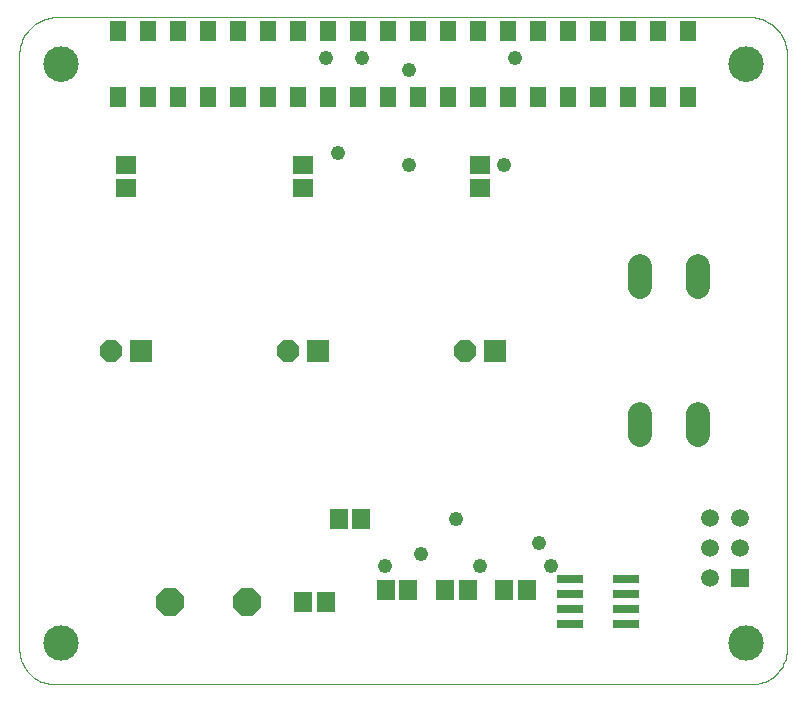
<source format=gbs>
G04 EAGLE Gerber RS-274X export*
G75*
%MOIN*%
%FSLAX34Y34*%
%LPD*%
%INBottom solder mask*%
%IPPOS*%
%AMOC8*
5,1,8,0,0,1.08239X$1,22.5*%
G01*
%ADD10C,0.000000*%
%ADD11C,0.118236*%
%ADD12R,0.058000X0.069811*%
%ADD13R,0.074000X0.074000*%
%ADD14P,0.080097X8X22.500000*%
%ADD15R,0.067055X0.059181*%
%ADD16C,0.078500*%
%ADD17P,0.100662X8X22.500000*%
%ADD18R,0.059181X0.067055*%
%ADD19R,0.086000X0.030000*%
%ADD20R,0.059496X0.059496*%
%ADD21C,0.059496*%
%ADD22C,0.047622*%


D10*
X1181Y0D02*
X24409Y0D01*
X25591Y1181D02*
X25591Y20866D01*
X24409Y22244D02*
X1181Y22244D01*
X0Y20866D02*
X0Y1181D01*
X2Y1115D01*
X7Y1049D01*
X17Y983D01*
X30Y918D01*
X46Y854D01*
X66Y791D01*
X90Y729D01*
X117Y669D01*
X147Y610D01*
X181Y553D01*
X218Y498D01*
X258Y445D01*
X300Y394D01*
X346Y346D01*
X394Y300D01*
X445Y258D01*
X498Y218D01*
X553Y181D01*
X610Y147D01*
X669Y117D01*
X729Y90D01*
X791Y66D01*
X854Y46D01*
X918Y30D01*
X983Y17D01*
X1049Y7D01*
X1115Y2D01*
X1181Y0D01*
X24409Y0D02*
X24475Y2D01*
X24541Y7D01*
X24607Y17D01*
X24672Y30D01*
X24736Y46D01*
X24799Y66D01*
X24861Y90D01*
X24921Y117D01*
X24980Y147D01*
X25037Y181D01*
X25092Y218D01*
X25145Y258D01*
X25196Y300D01*
X25244Y346D01*
X25290Y394D01*
X25332Y445D01*
X25372Y498D01*
X25409Y553D01*
X25443Y610D01*
X25473Y669D01*
X25500Y729D01*
X25524Y791D01*
X25544Y854D01*
X25560Y918D01*
X25573Y983D01*
X25583Y1049D01*
X25588Y1115D01*
X25590Y1181D01*
X25590Y20867D02*
X25594Y20936D01*
X25593Y21005D01*
X25589Y21075D01*
X25581Y21144D01*
X25570Y21212D01*
X25555Y21280D01*
X25536Y21347D01*
X25513Y21413D01*
X25487Y21477D01*
X25458Y21540D01*
X25425Y21601D01*
X25389Y21661D01*
X25350Y21718D01*
X25307Y21773D01*
X25262Y21826D01*
X25214Y21876D01*
X25163Y21924D01*
X25110Y21969D01*
X25055Y22010D01*
X24997Y22049D01*
X24937Y22085D01*
X24876Y22117D01*
X24813Y22146D01*
X24748Y22171D01*
X24682Y22193D01*
X24615Y22211D01*
X24547Y22226D01*
X24479Y22237D01*
X24409Y22244D01*
X1182Y22244D02*
X1112Y22237D01*
X1044Y22226D01*
X976Y22211D01*
X909Y22193D01*
X843Y22171D01*
X778Y22146D01*
X715Y22117D01*
X654Y22085D01*
X594Y22049D01*
X536Y22010D01*
X481Y21969D01*
X428Y21924D01*
X377Y21876D01*
X329Y21826D01*
X284Y21773D01*
X241Y21718D01*
X202Y21661D01*
X166Y21601D01*
X133Y21540D01*
X104Y21477D01*
X78Y21413D01*
X55Y21347D01*
X36Y21280D01*
X21Y21212D01*
X10Y21144D01*
X2Y21075D01*
X-2Y21005D01*
X-3Y20936D01*
X1Y20867D01*
X827Y20669D02*
X829Y20716D01*
X835Y20762D01*
X845Y20808D01*
X858Y20853D01*
X876Y20896D01*
X897Y20938D01*
X921Y20978D01*
X949Y21015D01*
X980Y21050D01*
X1014Y21083D01*
X1050Y21112D01*
X1089Y21138D01*
X1130Y21161D01*
X1173Y21180D01*
X1217Y21196D01*
X1262Y21208D01*
X1308Y21216D01*
X1355Y21220D01*
X1401Y21220D01*
X1448Y21216D01*
X1494Y21208D01*
X1539Y21196D01*
X1583Y21180D01*
X1626Y21161D01*
X1667Y21138D01*
X1706Y21112D01*
X1742Y21083D01*
X1776Y21050D01*
X1807Y21015D01*
X1835Y20978D01*
X1859Y20938D01*
X1880Y20896D01*
X1898Y20853D01*
X1911Y20808D01*
X1921Y20762D01*
X1927Y20716D01*
X1929Y20669D01*
X1927Y20622D01*
X1921Y20576D01*
X1911Y20530D01*
X1898Y20485D01*
X1880Y20442D01*
X1859Y20400D01*
X1835Y20360D01*
X1807Y20323D01*
X1776Y20288D01*
X1742Y20255D01*
X1706Y20226D01*
X1667Y20200D01*
X1626Y20177D01*
X1583Y20158D01*
X1539Y20142D01*
X1494Y20130D01*
X1448Y20122D01*
X1401Y20118D01*
X1355Y20118D01*
X1308Y20122D01*
X1262Y20130D01*
X1217Y20142D01*
X1173Y20158D01*
X1130Y20177D01*
X1089Y20200D01*
X1050Y20226D01*
X1014Y20255D01*
X980Y20288D01*
X949Y20323D01*
X921Y20360D01*
X897Y20400D01*
X876Y20442D01*
X858Y20485D01*
X845Y20530D01*
X835Y20576D01*
X829Y20622D01*
X827Y20669D01*
D11*
X1378Y20669D03*
D10*
X23662Y20669D02*
X23664Y20716D01*
X23670Y20762D01*
X23680Y20808D01*
X23693Y20853D01*
X23711Y20896D01*
X23732Y20938D01*
X23756Y20978D01*
X23784Y21015D01*
X23815Y21050D01*
X23849Y21083D01*
X23885Y21112D01*
X23924Y21138D01*
X23965Y21161D01*
X24008Y21180D01*
X24052Y21196D01*
X24097Y21208D01*
X24143Y21216D01*
X24190Y21220D01*
X24236Y21220D01*
X24283Y21216D01*
X24329Y21208D01*
X24374Y21196D01*
X24418Y21180D01*
X24461Y21161D01*
X24502Y21138D01*
X24541Y21112D01*
X24577Y21083D01*
X24611Y21050D01*
X24642Y21015D01*
X24670Y20978D01*
X24694Y20938D01*
X24715Y20896D01*
X24733Y20853D01*
X24746Y20808D01*
X24756Y20762D01*
X24762Y20716D01*
X24764Y20669D01*
X24762Y20622D01*
X24756Y20576D01*
X24746Y20530D01*
X24733Y20485D01*
X24715Y20442D01*
X24694Y20400D01*
X24670Y20360D01*
X24642Y20323D01*
X24611Y20288D01*
X24577Y20255D01*
X24541Y20226D01*
X24502Y20200D01*
X24461Y20177D01*
X24418Y20158D01*
X24374Y20142D01*
X24329Y20130D01*
X24283Y20122D01*
X24236Y20118D01*
X24190Y20118D01*
X24143Y20122D01*
X24097Y20130D01*
X24052Y20142D01*
X24008Y20158D01*
X23965Y20177D01*
X23924Y20200D01*
X23885Y20226D01*
X23849Y20255D01*
X23815Y20288D01*
X23784Y20323D01*
X23756Y20360D01*
X23732Y20400D01*
X23711Y20442D01*
X23693Y20485D01*
X23680Y20530D01*
X23670Y20576D01*
X23664Y20622D01*
X23662Y20669D01*
D11*
X24213Y20669D03*
D10*
X827Y1378D02*
X829Y1425D01*
X835Y1471D01*
X845Y1517D01*
X858Y1562D01*
X876Y1605D01*
X897Y1647D01*
X921Y1687D01*
X949Y1724D01*
X980Y1759D01*
X1014Y1792D01*
X1050Y1821D01*
X1089Y1847D01*
X1130Y1870D01*
X1173Y1889D01*
X1217Y1905D01*
X1262Y1917D01*
X1308Y1925D01*
X1355Y1929D01*
X1401Y1929D01*
X1448Y1925D01*
X1494Y1917D01*
X1539Y1905D01*
X1583Y1889D01*
X1626Y1870D01*
X1667Y1847D01*
X1706Y1821D01*
X1742Y1792D01*
X1776Y1759D01*
X1807Y1724D01*
X1835Y1687D01*
X1859Y1647D01*
X1880Y1605D01*
X1898Y1562D01*
X1911Y1517D01*
X1921Y1471D01*
X1927Y1425D01*
X1929Y1378D01*
X1927Y1331D01*
X1921Y1285D01*
X1911Y1239D01*
X1898Y1194D01*
X1880Y1151D01*
X1859Y1109D01*
X1835Y1069D01*
X1807Y1032D01*
X1776Y997D01*
X1742Y964D01*
X1706Y935D01*
X1667Y909D01*
X1626Y886D01*
X1583Y867D01*
X1539Y851D01*
X1494Y839D01*
X1448Y831D01*
X1401Y827D01*
X1355Y827D01*
X1308Y831D01*
X1262Y839D01*
X1217Y851D01*
X1173Y867D01*
X1130Y886D01*
X1089Y909D01*
X1050Y935D01*
X1014Y964D01*
X980Y997D01*
X949Y1032D01*
X921Y1069D01*
X897Y1109D01*
X876Y1151D01*
X858Y1194D01*
X845Y1239D01*
X835Y1285D01*
X829Y1331D01*
X827Y1378D01*
D11*
X1378Y1378D03*
D10*
X23662Y1378D02*
X23664Y1425D01*
X23670Y1471D01*
X23680Y1517D01*
X23693Y1562D01*
X23711Y1605D01*
X23732Y1647D01*
X23756Y1687D01*
X23784Y1724D01*
X23815Y1759D01*
X23849Y1792D01*
X23885Y1821D01*
X23924Y1847D01*
X23965Y1870D01*
X24008Y1889D01*
X24052Y1905D01*
X24097Y1917D01*
X24143Y1925D01*
X24190Y1929D01*
X24236Y1929D01*
X24283Y1925D01*
X24329Y1917D01*
X24374Y1905D01*
X24418Y1889D01*
X24461Y1870D01*
X24502Y1847D01*
X24541Y1821D01*
X24577Y1792D01*
X24611Y1759D01*
X24642Y1724D01*
X24670Y1687D01*
X24694Y1647D01*
X24715Y1605D01*
X24733Y1562D01*
X24746Y1517D01*
X24756Y1471D01*
X24762Y1425D01*
X24764Y1378D01*
X24762Y1331D01*
X24756Y1285D01*
X24746Y1239D01*
X24733Y1194D01*
X24715Y1151D01*
X24694Y1109D01*
X24670Y1069D01*
X24642Y1032D01*
X24611Y997D01*
X24577Y964D01*
X24541Y935D01*
X24502Y909D01*
X24461Y886D01*
X24418Y867D01*
X24374Y851D01*
X24329Y839D01*
X24283Y831D01*
X24236Y827D01*
X24190Y827D01*
X24143Y831D01*
X24097Y839D01*
X24052Y851D01*
X24008Y867D01*
X23965Y886D01*
X23924Y909D01*
X23885Y935D01*
X23849Y964D01*
X23815Y997D01*
X23784Y1032D01*
X23756Y1069D01*
X23732Y1109D01*
X23711Y1151D01*
X23693Y1194D01*
X23680Y1239D01*
X23670Y1285D01*
X23664Y1331D01*
X23662Y1378D01*
D11*
X24213Y1378D03*
D12*
X3295Y19563D03*
X3295Y21776D03*
X4295Y19563D03*
X4295Y21776D03*
X5295Y19563D03*
X5295Y21776D03*
X6295Y19563D03*
X6295Y21776D03*
X7295Y19563D03*
X7295Y21776D03*
X8295Y19563D03*
X8295Y21776D03*
X9295Y19563D03*
X9295Y21776D03*
X10295Y19563D03*
X10295Y21776D03*
X11295Y19563D03*
X11295Y21776D03*
X12295Y19563D03*
X12295Y21776D03*
X13295Y19563D03*
X13295Y21776D03*
X14295Y19563D03*
X14295Y21776D03*
X15295Y19563D03*
X15295Y21776D03*
X22295Y21776D03*
X22295Y19563D03*
X21295Y21776D03*
X20295Y21776D03*
X19295Y21776D03*
X18295Y21776D03*
X17295Y21776D03*
X16295Y21776D03*
X21295Y19563D03*
X20295Y19563D03*
X19295Y19563D03*
X18295Y19563D03*
X17295Y19563D03*
X16295Y19563D03*
D13*
X4043Y11122D03*
D14*
X3043Y11122D03*
D13*
X9949Y11122D03*
D14*
X8949Y11122D03*
D13*
X15854Y11122D03*
D14*
X14854Y11122D03*
D15*
X3543Y16555D03*
X3543Y17303D03*
X9449Y16555D03*
X9449Y17303D03*
X15354Y16555D03*
X15354Y17303D03*
D16*
X22634Y9015D02*
X22634Y8310D01*
X22634Y13230D02*
X22634Y13935D01*
X20674Y9015D02*
X20674Y8310D01*
X20674Y13230D02*
X20674Y13935D01*
D17*
X7579Y2756D03*
X5019Y2756D03*
D18*
X9469Y2756D03*
X10217Y2756D03*
D19*
X20221Y3506D03*
X20221Y3006D03*
X20221Y2506D03*
X20221Y2006D03*
X18361Y2006D03*
X18361Y2506D03*
X18361Y3006D03*
X18361Y3506D03*
D18*
X12224Y3150D03*
X12972Y3150D03*
X14193Y3150D03*
X14941Y3150D03*
X16909Y3150D03*
X16161Y3150D03*
D20*
X24016Y3543D03*
D21*
X24016Y4543D03*
X24016Y5543D03*
X23016Y5543D03*
X23016Y4543D03*
X23016Y3543D03*
D18*
X11398Y5512D03*
X10650Y5512D03*
D22*
X10630Y17717D03*
X10236Y20866D03*
X12992Y17323D03*
X11417Y20866D03*
X12992Y20472D03*
X12205Y3937D03*
X16142Y17323D03*
X17323Y4724D03*
X17717Y3937D03*
X15354Y3937D03*
X13386Y4331D03*
X14567Y5512D03*
X16535Y20866D03*
M02*

</source>
